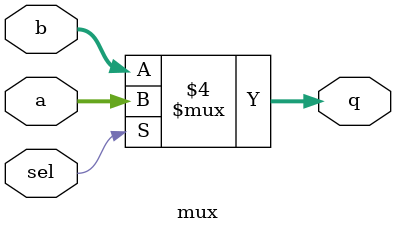
<source format=v>
module mux(a,b,sel,q);

parameter width = 32;

input sel;
input [width - 1:0] a;
input [width-1:0] b;
output reg [width - 1:0] q;

always@(sel or a or b)
	begin
		if(sel == 0)
			begin
				q = b; 
			end	
		else
			begin
				q = a;
			end
			
	end

endmodule

</source>
